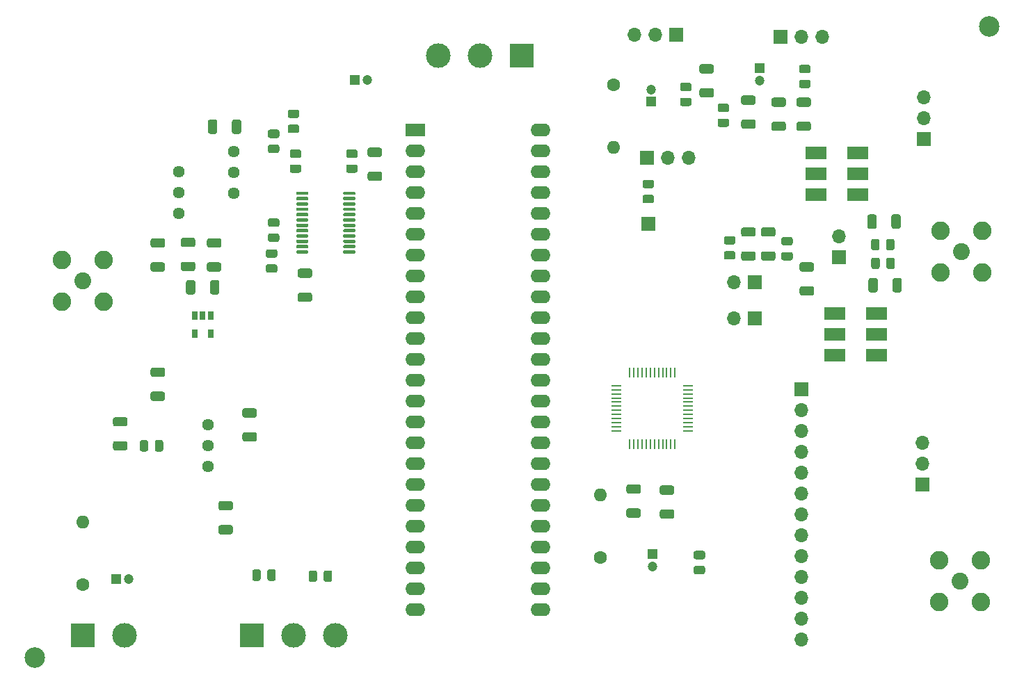
<source format=gbr>
%TF.GenerationSoftware,KiCad,Pcbnew,5.1.10-88a1d61d58~88~ubuntu18.04.1*%
%TF.CreationDate,2021-07-13T17:51:20-03:00*%
%TF.ProjectId,ASBF,41534246-2e6b-4696-9361-645f70636258,V1.1*%
%TF.SameCoordinates,Original*%
%TF.FileFunction,Soldermask,Top*%
%TF.FilePolarity,Negative*%
%FSLAX46Y46*%
G04 Gerber Fmt 4.6, Leading zero omitted, Abs format (unit mm)*
G04 Created by KiCad (PCBNEW 5.1.10-88a1d61d58~88~ubuntu18.04.1) date 2021-07-13 17:51:20*
%MOMM*%
%LPD*%
G01*
G04 APERTURE LIST*
%ADD10R,2.540000X1.650000*%
%ADD11C,3.000000*%
%ADD12R,3.000000X3.000000*%
%ADD13C,1.200000*%
%ADD14R,1.200000X1.200000*%
%ADD15O,2.400000X1.600000*%
%ADD16R,2.400000X1.600000*%
%ADD17R,0.250000X1.300000*%
%ADD18R,1.300000X0.250000*%
%ADD19R,0.650000X1.060000*%
%ADD20C,1.440000*%
%ADD21O,1.600000X1.600000*%
%ADD22C,1.600000*%
%ADD23C,2.250000*%
%ADD24C,2.050000*%
%ADD25O,1.700000X1.700000*%
%ADD26R,1.700000X1.700000*%
%ADD27C,2.500000*%
G04 APERTURE END LIST*
D10*
%TO.C,TR1*%
X173736000Y-56769000D03*
X173736000Y-59309000D03*
X173736000Y-61849000D03*
X168656000Y-61849000D03*
X168656000Y-59309000D03*
X168656000Y-56769000D03*
%TD*%
D11*
%TO.C,J2*%
X82169000Y-96012000D03*
D12*
X77089000Y-96012000D03*
%TD*%
D13*
%TO.C,C12*%
X159512000Y-28424000D03*
D14*
X159512000Y-26924000D03*
%TD*%
D13*
%TO.C,C17*%
X146431000Y-87606000D03*
D14*
X146431000Y-86106000D03*
%TD*%
D13*
%TO.C,C16*%
X146304000Y-29488000D03*
D14*
X146304000Y-30988000D03*
%TD*%
D15*
%TO.C,J4*%
X132842000Y-34417000D03*
X117602000Y-92837000D03*
X132842000Y-36957000D03*
X117602000Y-90297000D03*
X132842000Y-39497000D03*
X117602000Y-87757000D03*
X132842000Y-42037000D03*
X117602000Y-85217000D03*
X132842000Y-44577000D03*
X117602000Y-82677000D03*
X132842000Y-47117000D03*
X117602000Y-80137000D03*
X132842000Y-49657000D03*
X117602000Y-77597000D03*
X132842000Y-52197000D03*
X117602000Y-75057000D03*
X132842000Y-54737000D03*
X117602000Y-72517000D03*
X132842000Y-57277000D03*
X117602000Y-69977000D03*
X132842000Y-59817000D03*
X117602000Y-67437000D03*
X132842000Y-62357000D03*
X117602000Y-64897000D03*
X132842000Y-64897000D03*
X117602000Y-62357000D03*
X132842000Y-67437000D03*
X117602000Y-59817000D03*
X132842000Y-69977000D03*
X117602000Y-57277000D03*
X132842000Y-72517000D03*
X117602000Y-54737000D03*
X132842000Y-75057000D03*
X117602000Y-52197000D03*
X132842000Y-77597000D03*
X117602000Y-49657000D03*
X132842000Y-80137000D03*
X117602000Y-47117000D03*
X132842000Y-82677000D03*
X117602000Y-44577000D03*
X132842000Y-85217000D03*
X117602000Y-42037000D03*
X132842000Y-87757000D03*
X117602000Y-39497000D03*
X132842000Y-90297000D03*
X117602000Y-36957000D03*
X132842000Y-92837000D03*
D16*
X117602000Y-34417000D03*
%TD*%
D17*
%TO.C,U3*%
X143681000Y-63976000D03*
X144181000Y-63976000D03*
X144681000Y-63976000D03*
X145181000Y-63976000D03*
X145681000Y-63976000D03*
X146181000Y-63976000D03*
X146681000Y-63976000D03*
X147181000Y-63976000D03*
X147681000Y-63976000D03*
X148181000Y-63976000D03*
X148681000Y-63976000D03*
X149181000Y-63976000D03*
D18*
X150781000Y-65576000D03*
X150781000Y-66076000D03*
X150781000Y-66576000D03*
X150781000Y-67076000D03*
X150781000Y-67576000D03*
X150781000Y-68076000D03*
X150781000Y-68576000D03*
X150781000Y-69076000D03*
X150781000Y-69576000D03*
X150781000Y-70076000D03*
X150781000Y-70576000D03*
X150781000Y-71076000D03*
D17*
X149181000Y-72676000D03*
X148681000Y-72676000D03*
X148181000Y-72676000D03*
X147681000Y-72676000D03*
X147181000Y-72676000D03*
X146681000Y-72676000D03*
X146181000Y-72676000D03*
X145681000Y-72676000D03*
X145181000Y-72676000D03*
X144681000Y-72676000D03*
X144181000Y-72676000D03*
X143681000Y-72676000D03*
D18*
X142081000Y-71076000D03*
X142081000Y-70576000D03*
X142081000Y-70076000D03*
X142081000Y-69576000D03*
X142081000Y-69076000D03*
X142081000Y-68576000D03*
X142081000Y-68076000D03*
X142081000Y-67576000D03*
X142081000Y-67076000D03*
X142081000Y-66576000D03*
X142081000Y-66076000D03*
X142081000Y-65576000D03*
%TD*%
%TO.C,U2*%
G36*
G01*
X108805000Y-42245000D02*
X108805000Y-42045000D01*
G75*
G02*
X108905000Y-41945000I100000J0D01*
G01*
X110180000Y-41945000D01*
G75*
G02*
X110280000Y-42045000I0J-100000D01*
G01*
X110280000Y-42245000D01*
G75*
G02*
X110180000Y-42345000I-100000J0D01*
G01*
X108905000Y-42345000D01*
G75*
G02*
X108805000Y-42245000I0J100000D01*
G01*
G37*
G36*
G01*
X108805000Y-42895000D02*
X108805000Y-42695000D01*
G75*
G02*
X108905000Y-42595000I100000J0D01*
G01*
X110180000Y-42595000D01*
G75*
G02*
X110280000Y-42695000I0J-100000D01*
G01*
X110280000Y-42895000D01*
G75*
G02*
X110180000Y-42995000I-100000J0D01*
G01*
X108905000Y-42995000D01*
G75*
G02*
X108805000Y-42895000I0J100000D01*
G01*
G37*
G36*
G01*
X108805000Y-43545000D02*
X108805000Y-43345000D01*
G75*
G02*
X108905000Y-43245000I100000J0D01*
G01*
X110180000Y-43245000D01*
G75*
G02*
X110280000Y-43345000I0J-100000D01*
G01*
X110280000Y-43545000D01*
G75*
G02*
X110180000Y-43645000I-100000J0D01*
G01*
X108905000Y-43645000D01*
G75*
G02*
X108805000Y-43545000I0J100000D01*
G01*
G37*
G36*
G01*
X108805000Y-44195000D02*
X108805000Y-43995000D01*
G75*
G02*
X108905000Y-43895000I100000J0D01*
G01*
X110180000Y-43895000D01*
G75*
G02*
X110280000Y-43995000I0J-100000D01*
G01*
X110280000Y-44195000D01*
G75*
G02*
X110180000Y-44295000I-100000J0D01*
G01*
X108905000Y-44295000D01*
G75*
G02*
X108805000Y-44195000I0J100000D01*
G01*
G37*
G36*
G01*
X108805000Y-44845000D02*
X108805000Y-44645000D01*
G75*
G02*
X108905000Y-44545000I100000J0D01*
G01*
X110180000Y-44545000D01*
G75*
G02*
X110280000Y-44645000I0J-100000D01*
G01*
X110280000Y-44845000D01*
G75*
G02*
X110180000Y-44945000I-100000J0D01*
G01*
X108905000Y-44945000D01*
G75*
G02*
X108805000Y-44845000I0J100000D01*
G01*
G37*
G36*
G01*
X108805000Y-45495000D02*
X108805000Y-45295000D01*
G75*
G02*
X108905000Y-45195000I100000J0D01*
G01*
X110180000Y-45195000D01*
G75*
G02*
X110280000Y-45295000I0J-100000D01*
G01*
X110280000Y-45495000D01*
G75*
G02*
X110180000Y-45595000I-100000J0D01*
G01*
X108905000Y-45595000D01*
G75*
G02*
X108805000Y-45495000I0J100000D01*
G01*
G37*
G36*
G01*
X108805000Y-46145000D02*
X108805000Y-45945000D01*
G75*
G02*
X108905000Y-45845000I100000J0D01*
G01*
X110180000Y-45845000D01*
G75*
G02*
X110280000Y-45945000I0J-100000D01*
G01*
X110280000Y-46145000D01*
G75*
G02*
X110180000Y-46245000I-100000J0D01*
G01*
X108905000Y-46245000D01*
G75*
G02*
X108805000Y-46145000I0J100000D01*
G01*
G37*
G36*
G01*
X108805000Y-46795000D02*
X108805000Y-46595000D01*
G75*
G02*
X108905000Y-46495000I100000J0D01*
G01*
X110180000Y-46495000D01*
G75*
G02*
X110280000Y-46595000I0J-100000D01*
G01*
X110280000Y-46795000D01*
G75*
G02*
X110180000Y-46895000I-100000J0D01*
G01*
X108905000Y-46895000D01*
G75*
G02*
X108805000Y-46795000I0J100000D01*
G01*
G37*
G36*
G01*
X108805000Y-47445000D02*
X108805000Y-47245000D01*
G75*
G02*
X108905000Y-47145000I100000J0D01*
G01*
X110180000Y-47145000D01*
G75*
G02*
X110280000Y-47245000I0J-100000D01*
G01*
X110280000Y-47445000D01*
G75*
G02*
X110180000Y-47545000I-100000J0D01*
G01*
X108905000Y-47545000D01*
G75*
G02*
X108805000Y-47445000I0J100000D01*
G01*
G37*
G36*
G01*
X108805000Y-48095000D02*
X108805000Y-47895000D01*
G75*
G02*
X108905000Y-47795000I100000J0D01*
G01*
X110180000Y-47795000D01*
G75*
G02*
X110280000Y-47895000I0J-100000D01*
G01*
X110280000Y-48095000D01*
G75*
G02*
X110180000Y-48195000I-100000J0D01*
G01*
X108905000Y-48195000D01*
G75*
G02*
X108805000Y-48095000I0J100000D01*
G01*
G37*
G36*
G01*
X108805000Y-48745000D02*
X108805000Y-48545000D01*
G75*
G02*
X108905000Y-48445000I100000J0D01*
G01*
X110180000Y-48445000D01*
G75*
G02*
X110280000Y-48545000I0J-100000D01*
G01*
X110280000Y-48745000D01*
G75*
G02*
X110180000Y-48845000I-100000J0D01*
G01*
X108905000Y-48845000D01*
G75*
G02*
X108805000Y-48745000I0J100000D01*
G01*
G37*
G36*
G01*
X108805000Y-49395000D02*
X108805000Y-49195000D01*
G75*
G02*
X108905000Y-49095000I100000J0D01*
G01*
X110180000Y-49095000D01*
G75*
G02*
X110280000Y-49195000I0J-100000D01*
G01*
X110280000Y-49395000D01*
G75*
G02*
X110180000Y-49495000I-100000J0D01*
G01*
X108905000Y-49495000D01*
G75*
G02*
X108805000Y-49395000I0J100000D01*
G01*
G37*
G36*
G01*
X103080000Y-49395000D02*
X103080000Y-49195000D01*
G75*
G02*
X103180000Y-49095000I100000J0D01*
G01*
X104455000Y-49095000D01*
G75*
G02*
X104555000Y-49195000I0J-100000D01*
G01*
X104555000Y-49395000D01*
G75*
G02*
X104455000Y-49495000I-100000J0D01*
G01*
X103180000Y-49495000D01*
G75*
G02*
X103080000Y-49395000I0J100000D01*
G01*
G37*
G36*
G01*
X103080000Y-48745000D02*
X103080000Y-48545000D01*
G75*
G02*
X103180000Y-48445000I100000J0D01*
G01*
X104455000Y-48445000D01*
G75*
G02*
X104555000Y-48545000I0J-100000D01*
G01*
X104555000Y-48745000D01*
G75*
G02*
X104455000Y-48845000I-100000J0D01*
G01*
X103180000Y-48845000D01*
G75*
G02*
X103080000Y-48745000I0J100000D01*
G01*
G37*
G36*
G01*
X103080000Y-48095000D02*
X103080000Y-47895000D01*
G75*
G02*
X103180000Y-47795000I100000J0D01*
G01*
X104455000Y-47795000D01*
G75*
G02*
X104555000Y-47895000I0J-100000D01*
G01*
X104555000Y-48095000D01*
G75*
G02*
X104455000Y-48195000I-100000J0D01*
G01*
X103180000Y-48195000D01*
G75*
G02*
X103080000Y-48095000I0J100000D01*
G01*
G37*
G36*
G01*
X103080000Y-47445000D02*
X103080000Y-47245000D01*
G75*
G02*
X103180000Y-47145000I100000J0D01*
G01*
X104455000Y-47145000D01*
G75*
G02*
X104555000Y-47245000I0J-100000D01*
G01*
X104555000Y-47445000D01*
G75*
G02*
X104455000Y-47545000I-100000J0D01*
G01*
X103180000Y-47545000D01*
G75*
G02*
X103080000Y-47445000I0J100000D01*
G01*
G37*
G36*
G01*
X103080000Y-46795000D02*
X103080000Y-46595000D01*
G75*
G02*
X103180000Y-46495000I100000J0D01*
G01*
X104455000Y-46495000D01*
G75*
G02*
X104555000Y-46595000I0J-100000D01*
G01*
X104555000Y-46795000D01*
G75*
G02*
X104455000Y-46895000I-100000J0D01*
G01*
X103180000Y-46895000D01*
G75*
G02*
X103080000Y-46795000I0J100000D01*
G01*
G37*
G36*
G01*
X103080000Y-46145000D02*
X103080000Y-45945000D01*
G75*
G02*
X103180000Y-45845000I100000J0D01*
G01*
X104455000Y-45845000D01*
G75*
G02*
X104555000Y-45945000I0J-100000D01*
G01*
X104555000Y-46145000D01*
G75*
G02*
X104455000Y-46245000I-100000J0D01*
G01*
X103180000Y-46245000D01*
G75*
G02*
X103080000Y-46145000I0J100000D01*
G01*
G37*
G36*
G01*
X103080000Y-45495000D02*
X103080000Y-45295000D01*
G75*
G02*
X103180000Y-45195000I100000J0D01*
G01*
X104455000Y-45195000D01*
G75*
G02*
X104555000Y-45295000I0J-100000D01*
G01*
X104555000Y-45495000D01*
G75*
G02*
X104455000Y-45595000I-100000J0D01*
G01*
X103180000Y-45595000D01*
G75*
G02*
X103080000Y-45495000I0J100000D01*
G01*
G37*
G36*
G01*
X103080000Y-44845000D02*
X103080000Y-44645000D01*
G75*
G02*
X103180000Y-44545000I100000J0D01*
G01*
X104455000Y-44545000D01*
G75*
G02*
X104555000Y-44645000I0J-100000D01*
G01*
X104555000Y-44845000D01*
G75*
G02*
X104455000Y-44945000I-100000J0D01*
G01*
X103180000Y-44945000D01*
G75*
G02*
X103080000Y-44845000I0J100000D01*
G01*
G37*
G36*
G01*
X103080000Y-44195000D02*
X103080000Y-43995000D01*
G75*
G02*
X103180000Y-43895000I100000J0D01*
G01*
X104455000Y-43895000D01*
G75*
G02*
X104555000Y-43995000I0J-100000D01*
G01*
X104555000Y-44195000D01*
G75*
G02*
X104455000Y-44295000I-100000J0D01*
G01*
X103180000Y-44295000D01*
G75*
G02*
X103080000Y-44195000I0J100000D01*
G01*
G37*
G36*
G01*
X103080000Y-43545000D02*
X103080000Y-43345000D01*
G75*
G02*
X103180000Y-43245000I100000J0D01*
G01*
X104455000Y-43245000D01*
G75*
G02*
X104555000Y-43345000I0J-100000D01*
G01*
X104555000Y-43545000D01*
G75*
G02*
X104455000Y-43645000I-100000J0D01*
G01*
X103180000Y-43645000D01*
G75*
G02*
X103080000Y-43545000I0J100000D01*
G01*
G37*
G36*
G01*
X103080000Y-42895000D02*
X103080000Y-42695000D01*
G75*
G02*
X103180000Y-42595000I100000J0D01*
G01*
X104455000Y-42595000D01*
G75*
G02*
X104555000Y-42695000I0J-100000D01*
G01*
X104555000Y-42895000D01*
G75*
G02*
X104455000Y-42995000I-100000J0D01*
G01*
X103180000Y-42995000D01*
G75*
G02*
X103080000Y-42895000I0J100000D01*
G01*
G37*
G36*
G01*
X103080000Y-42245000D02*
X103080000Y-42045000D01*
G75*
G02*
X103180000Y-41945000I100000J0D01*
G01*
X104455000Y-41945000D01*
G75*
G02*
X104555000Y-42045000I0J-100000D01*
G01*
X104555000Y-42245000D01*
G75*
G02*
X104455000Y-42345000I-100000J0D01*
G01*
X103180000Y-42345000D01*
G75*
G02*
X103080000Y-42245000I0J100000D01*
G01*
G37*
%TD*%
D19*
%TO.C,U1*%
X92644000Y-59266000D03*
X90744000Y-59266000D03*
X90744000Y-57066000D03*
X91694000Y-57066000D03*
X92644000Y-57066000D03*
%TD*%
D10*
%TO.C,TR2*%
X171450000Y-37211000D03*
X171450000Y-39751000D03*
X171450000Y-42291000D03*
X166370000Y-42291000D03*
X166370000Y-39751000D03*
X166370000Y-37211000D03*
%TD*%
D20*
%TO.C,RV3*%
X95504000Y-42164000D03*
X95504000Y-39624000D03*
X95504000Y-37084000D03*
%TD*%
%TO.C,RV2*%
X92329000Y-75438000D03*
X92329000Y-72898000D03*
X92329000Y-70358000D03*
%TD*%
%TO.C,RV1*%
X88773000Y-44577000D03*
X88773000Y-42037000D03*
X88773000Y-39497000D03*
%TD*%
%TO.C,R22*%
G36*
G01*
X162423001Y-31612000D02*
X161172999Y-31612000D01*
G75*
G02*
X160923000Y-31362001I0J249999D01*
G01*
X160923000Y-30736999D01*
G75*
G02*
X161172999Y-30487000I249999J0D01*
G01*
X162423001Y-30487000D01*
G75*
G02*
X162673000Y-30736999I0J-249999D01*
G01*
X162673000Y-31362001D01*
G75*
G02*
X162423001Y-31612000I-249999J0D01*
G01*
G37*
G36*
G01*
X162423001Y-34537000D02*
X161172999Y-34537000D01*
G75*
G02*
X160923000Y-34287001I0J249999D01*
G01*
X160923000Y-33661999D01*
G75*
G02*
X161172999Y-33412000I249999J0D01*
G01*
X162423001Y-33412000D01*
G75*
G02*
X162673000Y-33661999I0J-249999D01*
G01*
X162673000Y-34287001D01*
G75*
G02*
X162423001Y-34537000I-249999J0D01*
G01*
G37*
%TD*%
%TO.C,R21*%
G36*
G01*
X158740001Y-31358000D02*
X157489999Y-31358000D01*
G75*
G02*
X157240000Y-31108001I0J249999D01*
G01*
X157240000Y-30482999D01*
G75*
G02*
X157489999Y-30233000I249999J0D01*
G01*
X158740001Y-30233000D01*
G75*
G02*
X158990000Y-30482999I0J-249999D01*
G01*
X158990000Y-31108001D01*
G75*
G02*
X158740001Y-31358000I-249999J0D01*
G01*
G37*
G36*
G01*
X158740001Y-34283000D02*
X157489999Y-34283000D01*
G75*
G02*
X157240000Y-34033001I0J249999D01*
G01*
X157240000Y-33407999D01*
G75*
G02*
X157489999Y-33158000I249999J0D01*
G01*
X158740001Y-33158000D01*
G75*
G02*
X158990000Y-33407999I0J-249999D01*
G01*
X158990000Y-34033001D01*
G75*
G02*
X158740001Y-34283000I-249999J0D01*
G01*
G37*
%TD*%
%TO.C,R20*%
G36*
G01*
X152409999Y-29348000D02*
X153660001Y-29348000D01*
G75*
G02*
X153910000Y-29597999I0J-249999D01*
G01*
X153910000Y-30223001D01*
G75*
G02*
X153660001Y-30473000I-249999J0D01*
G01*
X152409999Y-30473000D01*
G75*
G02*
X152160000Y-30223001I0J249999D01*
G01*
X152160000Y-29597999D01*
G75*
G02*
X152409999Y-29348000I249999J0D01*
G01*
G37*
G36*
G01*
X152409999Y-26423000D02*
X153660001Y-26423000D01*
G75*
G02*
X153910000Y-26672999I0J-249999D01*
G01*
X153910000Y-27298001D01*
G75*
G02*
X153660001Y-27548000I-249999J0D01*
G01*
X152409999Y-27548000D01*
G75*
G02*
X152160000Y-27298001I0J249999D01*
G01*
X152160000Y-26672999D01*
G75*
G02*
X152409999Y-26423000I249999J0D01*
G01*
G37*
%TD*%
%TO.C,R19*%
G36*
G01*
X175525000Y-46218001D02*
X175525000Y-44967999D01*
G75*
G02*
X175774999Y-44718000I249999J0D01*
G01*
X176400001Y-44718000D01*
G75*
G02*
X176650000Y-44967999I0J-249999D01*
G01*
X176650000Y-46218001D01*
G75*
G02*
X176400001Y-46468000I-249999J0D01*
G01*
X175774999Y-46468000D01*
G75*
G02*
X175525000Y-46218001I0J249999D01*
G01*
G37*
G36*
G01*
X172600000Y-46218001D02*
X172600000Y-44967999D01*
G75*
G02*
X172849999Y-44718000I249999J0D01*
G01*
X173475001Y-44718000D01*
G75*
G02*
X173725000Y-44967999I0J-249999D01*
G01*
X173725000Y-46218001D01*
G75*
G02*
X173475001Y-46468000I-249999J0D01*
G01*
X172849999Y-46468000D01*
G75*
G02*
X172600000Y-46218001I0J249999D01*
G01*
G37*
%TD*%
%TO.C,R18*%
G36*
G01*
X158740001Y-47421500D02*
X157489999Y-47421500D01*
G75*
G02*
X157240000Y-47171501I0J249999D01*
G01*
X157240000Y-46546499D01*
G75*
G02*
X157489999Y-46296500I249999J0D01*
G01*
X158740001Y-46296500D01*
G75*
G02*
X158990000Y-46546499I0J-249999D01*
G01*
X158990000Y-47171501D01*
G75*
G02*
X158740001Y-47421500I-249999J0D01*
G01*
G37*
G36*
G01*
X158740001Y-50346500D02*
X157489999Y-50346500D01*
G75*
G02*
X157240000Y-50096501I0J249999D01*
G01*
X157240000Y-49471499D01*
G75*
G02*
X157489999Y-49221500I249999J0D01*
G01*
X158740001Y-49221500D01*
G75*
G02*
X158990000Y-49471499I0J-249999D01*
G01*
X158990000Y-50096501D01*
G75*
G02*
X158740001Y-50346500I-249999J0D01*
G01*
G37*
%TD*%
%TO.C,R17*%
G36*
G01*
X165471001Y-31612000D02*
X164220999Y-31612000D01*
G75*
G02*
X163971000Y-31362001I0J249999D01*
G01*
X163971000Y-30736999D01*
G75*
G02*
X164220999Y-30487000I249999J0D01*
G01*
X165471001Y-30487000D01*
G75*
G02*
X165721000Y-30736999I0J-249999D01*
G01*
X165721000Y-31362001D01*
G75*
G02*
X165471001Y-31612000I-249999J0D01*
G01*
G37*
G36*
G01*
X165471001Y-34537000D02*
X164220999Y-34537000D01*
G75*
G02*
X163971000Y-34287001I0J249999D01*
G01*
X163971000Y-33661999D01*
G75*
G02*
X164220999Y-33412000I249999J0D01*
G01*
X165471001Y-33412000D01*
G75*
G02*
X165721000Y-33661999I0J-249999D01*
G01*
X165721000Y-34287001D01*
G75*
G02*
X165471001Y-34537000I-249999J0D01*
G01*
G37*
%TD*%
%TO.C,R16*%
G36*
G01*
X165852001Y-51678000D02*
X164601999Y-51678000D01*
G75*
G02*
X164352000Y-51428001I0J249999D01*
G01*
X164352000Y-50802999D01*
G75*
G02*
X164601999Y-50553000I249999J0D01*
G01*
X165852001Y-50553000D01*
G75*
G02*
X166102000Y-50802999I0J-249999D01*
G01*
X166102000Y-51428001D01*
G75*
G02*
X165852001Y-51678000I-249999J0D01*
G01*
G37*
G36*
G01*
X165852001Y-54603000D02*
X164601999Y-54603000D01*
G75*
G02*
X164352000Y-54353001I0J249999D01*
G01*
X164352000Y-53727999D01*
G75*
G02*
X164601999Y-53478000I249999J0D01*
G01*
X165852001Y-53478000D01*
G75*
G02*
X166102000Y-53727999I0J-249999D01*
G01*
X166102000Y-54353001D01*
G75*
G02*
X165852001Y-54603000I-249999J0D01*
G01*
G37*
%TD*%
%TO.C,R15*%
G36*
G01*
X159902999Y-49221500D02*
X161153001Y-49221500D01*
G75*
G02*
X161403000Y-49471499I0J-249999D01*
G01*
X161403000Y-50096501D01*
G75*
G02*
X161153001Y-50346500I-249999J0D01*
G01*
X159902999Y-50346500D01*
G75*
G02*
X159653000Y-50096501I0J249999D01*
G01*
X159653000Y-49471499D01*
G75*
G02*
X159902999Y-49221500I249999J0D01*
G01*
G37*
G36*
G01*
X159902999Y-46296500D02*
X161153001Y-46296500D01*
G75*
G02*
X161403000Y-46546499I0J-249999D01*
G01*
X161403000Y-47171501D01*
G75*
G02*
X161153001Y-47421500I-249999J0D01*
G01*
X159902999Y-47421500D01*
G75*
G02*
X159653000Y-47171501I0J249999D01*
G01*
X159653000Y-46546499D01*
G75*
G02*
X159902999Y-46296500I249999J0D01*
G01*
G37*
%TD*%
%TO.C,R14*%
G36*
G01*
X175652000Y-53965001D02*
X175652000Y-52714999D01*
G75*
G02*
X175901999Y-52465000I249999J0D01*
G01*
X176527001Y-52465000D01*
G75*
G02*
X176777000Y-52714999I0J-249999D01*
G01*
X176777000Y-53965001D01*
G75*
G02*
X176527001Y-54215000I-249999J0D01*
G01*
X175901999Y-54215000D01*
G75*
G02*
X175652000Y-53965001I0J249999D01*
G01*
G37*
G36*
G01*
X172727000Y-53965001D02*
X172727000Y-52714999D01*
G75*
G02*
X172976999Y-52465000I249999J0D01*
G01*
X173602001Y-52465000D01*
G75*
G02*
X173852000Y-52714999I0J-249999D01*
G01*
X173852000Y-53965001D01*
G75*
G02*
X173602001Y-54215000I-249999J0D01*
G01*
X172976999Y-54215000D01*
G75*
G02*
X172727000Y-53965001I0J249999D01*
G01*
G37*
%TD*%
%TO.C,R13*%
G36*
G01*
X148834001Y-78856000D02*
X147583999Y-78856000D01*
G75*
G02*
X147334000Y-78606001I0J249999D01*
G01*
X147334000Y-77980999D01*
G75*
G02*
X147583999Y-77731000I249999J0D01*
G01*
X148834001Y-77731000D01*
G75*
G02*
X149084000Y-77980999I0J-249999D01*
G01*
X149084000Y-78606001D01*
G75*
G02*
X148834001Y-78856000I-249999J0D01*
G01*
G37*
G36*
G01*
X148834001Y-81781000D02*
X147583999Y-81781000D01*
G75*
G02*
X147334000Y-81531001I0J249999D01*
G01*
X147334000Y-80905999D01*
G75*
G02*
X147583999Y-80656000I249999J0D01*
G01*
X148834001Y-80656000D01*
G75*
G02*
X149084000Y-80905999I0J-249999D01*
G01*
X149084000Y-81531001D01*
G75*
G02*
X148834001Y-81781000I-249999J0D01*
G01*
G37*
%TD*%
%TO.C,R12*%
G36*
G01*
X144770001Y-78729000D02*
X143519999Y-78729000D01*
G75*
G02*
X143270000Y-78479001I0J249999D01*
G01*
X143270000Y-77853999D01*
G75*
G02*
X143519999Y-77604000I249999J0D01*
G01*
X144770001Y-77604000D01*
G75*
G02*
X145020000Y-77853999I0J-249999D01*
G01*
X145020000Y-78479001D01*
G75*
G02*
X144770001Y-78729000I-249999J0D01*
G01*
G37*
G36*
G01*
X144770001Y-81654000D02*
X143519999Y-81654000D01*
G75*
G02*
X143270000Y-81404001I0J249999D01*
G01*
X143270000Y-80778999D01*
G75*
G02*
X143519999Y-80529000I249999J0D01*
G01*
X144770001Y-80529000D01*
G75*
G02*
X145020000Y-80778999I0J-249999D01*
G01*
X145020000Y-81404001D01*
G75*
G02*
X144770001Y-81654000I-249999J0D01*
G01*
G37*
%TD*%
%TO.C,R11*%
G36*
G01*
X113274001Y-37708000D02*
X112023999Y-37708000D01*
G75*
G02*
X111774000Y-37458001I0J249999D01*
G01*
X111774000Y-36832999D01*
G75*
G02*
X112023999Y-36583000I249999J0D01*
G01*
X113274001Y-36583000D01*
G75*
G02*
X113524000Y-36832999I0J-249999D01*
G01*
X113524000Y-37458001D01*
G75*
G02*
X113274001Y-37708000I-249999J0D01*
G01*
G37*
G36*
G01*
X113274001Y-40633000D02*
X112023999Y-40633000D01*
G75*
G02*
X111774000Y-40383001I0J249999D01*
G01*
X111774000Y-39757999D01*
G75*
G02*
X112023999Y-39508000I249999J0D01*
G01*
X113274001Y-39508000D01*
G75*
G02*
X113524000Y-39757999I0J-249999D01*
G01*
X113524000Y-40383001D01*
G75*
G02*
X113274001Y-40633000I-249999J0D01*
G01*
G37*
%TD*%
%TO.C,R10*%
G36*
G01*
X103514999Y-54240000D02*
X104765001Y-54240000D01*
G75*
G02*
X105015000Y-54489999I0J-249999D01*
G01*
X105015000Y-55115001D01*
G75*
G02*
X104765001Y-55365000I-249999J0D01*
G01*
X103514999Y-55365000D01*
G75*
G02*
X103265000Y-55115001I0J249999D01*
G01*
X103265000Y-54489999D01*
G75*
G02*
X103514999Y-54240000I249999J0D01*
G01*
G37*
G36*
G01*
X103514999Y-51315000D02*
X104765001Y-51315000D01*
G75*
G02*
X105015000Y-51564999I0J-249999D01*
G01*
X105015000Y-52190001D01*
G75*
G02*
X104765001Y-52440000I-249999J0D01*
G01*
X103514999Y-52440000D01*
G75*
G02*
X103265000Y-52190001I0J249999D01*
G01*
X103265000Y-51564999D01*
G75*
G02*
X103514999Y-51315000I249999J0D01*
G01*
G37*
%TD*%
%TO.C,R9*%
G36*
G01*
X93716001Y-48757000D02*
X92465999Y-48757000D01*
G75*
G02*
X92216000Y-48507001I0J249999D01*
G01*
X92216000Y-47881999D01*
G75*
G02*
X92465999Y-47632000I249999J0D01*
G01*
X93716001Y-47632000D01*
G75*
G02*
X93966000Y-47881999I0J-249999D01*
G01*
X93966000Y-48507001D01*
G75*
G02*
X93716001Y-48757000I-249999J0D01*
G01*
G37*
G36*
G01*
X93716001Y-51682000D02*
X92465999Y-51682000D01*
G75*
G02*
X92216000Y-51432001I0J249999D01*
G01*
X92216000Y-50806999D01*
G75*
G02*
X92465999Y-50557000I249999J0D01*
G01*
X93716001Y-50557000D01*
G75*
G02*
X93966000Y-50806999I0J-249999D01*
G01*
X93966000Y-51432001D01*
G75*
G02*
X93716001Y-51682000I-249999J0D01*
G01*
G37*
%TD*%
%TO.C,R8*%
G36*
G01*
X95261000Y-34661001D02*
X95261000Y-33410999D01*
G75*
G02*
X95510999Y-33161000I249999J0D01*
G01*
X96136001Y-33161000D01*
G75*
G02*
X96386000Y-33410999I0J-249999D01*
G01*
X96386000Y-34661001D01*
G75*
G02*
X96136001Y-34911000I-249999J0D01*
G01*
X95510999Y-34911000D01*
G75*
G02*
X95261000Y-34661001I0J249999D01*
G01*
G37*
G36*
G01*
X92336000Y-34661001D02*
X92336000Y-33410999D01*
G75*
G02*
X92585999Y-33161000I249999J0D01*
G01*
X93211001Y-33161000D01*
G75*
G02*
X93461000Y-33410999I0J-249999D01*
G01*
X93461000Y-34661001D01*
G75*
G02*
X93211001Y-34911000I-249999J0D01*
G01*
X92585999Y-34911000D01*
G75*
G02*
X92336000Y-34661001I0J249999D01*
G01*
G37*
%TD*%
%TO.C,R7*%
G36*
G01*
X92594000Y-54219001D02*
X92594000Y-52968999D01*
G75*
G02*
X92843999Y-52719000I249999J0D01*
G01*
X93469001Y-52719000D01*
G75*
G02*
X93719000Y-52968999I0J-249999D01*
G01*
X93719000Y-54219001D01*
G75*
G02*
X93469001Y-54469000I-249999J0D01*
G01*
X92843999Y-54469000D01*
G75*
G02*
X92594000Y-54219001I0J249999D01*
G01*
G37*
G36*
G01*
X89669000Y-54219001D02*
X89669000Y-52968999D01*
G75*
G02*
X89918999Y-52719000I249999J0D01*
G01*
X90544001Y-52719000D01*
G75*
G02*
X90794000Y-52968999I0J-249999D01*
G01*
X90794000Y-54219001D01*
G75*
G02*
X90544001Y-54469000I-249999J0D01*
G01*
X89918999Y-54469000D01*
G75*
G02*
X89669000Y-54219001I0J249999D01*
G01*
G37*
%TD*%
%TO.C,R6*%
G36*
G01*
X95113001Y-80761000D02*
X93862999Y-80761000D01*
G75*
G02*
X93613000Y-80511001I0J249999D01*
G01*
X93613000Y-79885999D01*
G75*
G02*
X93862999Y-79636000I249999J0D01*
G01*
X95113001Y-79636000D01*
G75*
G02*
X95363000Y-79885999I0J-249999D01*
G01*
X95363000Y-80511001D01*
G75*
G02*
X95113001Y-80761000I-249999J0D01*
G01*
G37*
G36*
G01*
X95113001Y-83686000D02*
X93862999Y-83686000D01*
G75*
G02*
X93613000Y-83436001I0J249999D01*
G01*
X93613000Y-82810999D01*
G75*
G02*
X93862999Y-82561000I249999J0D01*
G01*
X95113001Y-82561000D01*
G75*
G02*
X95363000Y-82810999I0J-249999D01*
G01*
X95363000Y-83436001D01*
G75*
G02*
X95113001Y-83686000I-249999J0D01*
G01*
G37*
%TD*%
%TO.C,R5*%
G36*
G01*
X96783999Y-71258000D02*
X98034001Y-71258000D01*
G75*
G02*
X98284000Y-71507999I0J-249999D01*
G01*
X98284000Y-72133001D01*
G75*
G02*
X98034001Y-72383000I-249999J0D01*
G01*
X96783999Y-72383000D01*
G75*
G02*
X96534000Y-72133001I0J249999D01*
G01*
X96534000Y-71507999D01*
G75*
G02*
X96783999Y-71258000I249999J0D01*
G01*
G37*
G36*
G01*
X96783999Y-68333000D02*
X98034001Y-68333000D01*
G75*
G02*
X98284000Y-68582999I0J-249999D01*
G01*
X98284000Y-69208001D01*
G75*
G02*
X98034001Y-69458000I-249999J0D01*
G01*
X96783999Y-69458000D01*
G75*
G02*
X96534000Y-69208001I0J249999D01*
G01*
X96534000Y-68582999D01*
G75*
G02*
X96783999Y-68333000I249999J0D01*
G01*
G37*
%TD*%
%TO.C,R4*%
G36*
G01*
X89290999Y-50491500D02*
X90541001Y-50491500D01*
G75*
G02*
X90791000Y-50741499I0J-249999D01*
G01*
X90791000Y-51366501D01*
G75*
G02*
X90541001Y-51616500I-249999J0D01*
G01*
X89290999Y-51616500D01*
G75*
G02*
X89041000Y-51366501I0J249999D01*
G01*
X89041000Y-50741499D01*
G75*
G02*
X89290999Y-50491500I249999J0D01*
G01*
G37*
G36*
G01*
X89290999Y-47566500D02*
X90541001Y-47566500D01*
G75*
G02*
X90791000Y-47816499I0J-249999D01*
G01*
X90791000Y-48441501D01*
G75*
G02*
X90541001Y-48691500I-249999J0D01*
G01*
X89290999Y-48691500D01*
G75*
G02*
X89041000Y-48441501I0J249999D01*
G01*
X89041000Y-47816499D01*
G75*
G02*
X89290999Y-47566500I249999J0D01*
G01*
G37*
%TD*%
%TO.C,R3*%
G36*
G01*
X85607999Y-50557000D02*
X86858001Y-50557000D01*
G75*
G02*
X87108000Y-50806999I0J-249999D01*
G01*
X87108000Y-51432001D01*
G75*
G02*
X86858001Y-51682000I-249999J0D01*
G01*
X85607999Y-51682000D01*
G75*
G02*
X85358000Y-51432001I0J249999D01*
G01*
X85358000Y-50806999D01*
G75*
G02*
X85607999Y-50557000I249999J0D01*
G01*
G37*
G36*
G01*
X85607999Y-47632000D02*
X86858001Y-47632000D01*
G75*
G02*
X87108000Y-47881999I0J-249999D01*
G01*
X87108000Y-48507001D01*
G75*
G02*
X86858001Y-48757000I-249999J0D01*
G01*
X85607999Y-48757000D01*
G75*
G02*
X85358000Y-48507001I0J249999D01*
G01*
X85358000Y-47881999D01*
G75*
G02*
X85607999Y-47632000I249999J0D01*
G01*
G37*
%TD*%
%TO.C,R2*%
G36*
G01*
X86858001Y-64505000D02*
X85607999Y-64505000D01*
G75*
G02*
X85358000Y-64255001I0J249999D01*
G01*
X85358000Y-63629999D01*
G75*
G02*
X85607999Y-63380000I249999J0D01*
G01*
X86858001Y-63380000D01*
G75*
G02*
X87108000Y-63629999I0J-249999D01*
G01*
X87108000Y-64255001D01*
G75*
G02*
X86858001Y-64505000I-249999J0D01*
G01*
G37*
G36*
G01*
X86858001Y-67430000D02*
X85607999Y-67430000D01*
G75*
G02*
X85358000Y-67180001I0J249999D01*
G01*
X85358000Y-66554999D01*
G75*
G02*
X85607999Y-66305000I249999J0D01*
G01*
X86858001Y-66305000D01*
G75*
G02*
X87108000Y-66554999I0J-249999D01*
G01*
X87108000Y-67180001D01*
G75*
G02*
X86858001Y-67430000I-249999J0D01*
G01*
G37*
%TD*%
%TO.C,R1*%
G36*
G01*
X82286001Y-70535500D02*
X81035999Y-70535500D01*
G75*
G02*
X80786000Y-70285501I0J249999D01*
G01*
X80786000Y-69660499D01*
G75*
G02*
X81035999Y-69410500I249999J0D01*
G01*
X82286001Y-69410500D01*
G75*
G02*
X82536000Y-69660499I0J-249999D01*
G01*
X82536000Y-70285501D01*
G75*
G02*
X82286001Y-70535500I-249999J0D01*
G01*
G37*
G36*
G01*
X82286001Y-73460500D02*
X81035999Y-73460500D01*
G75*
G02*
X80786000Y-73210501I0J249999D01*
G01*
X80786000Y-72585499D01*
G75*
G02*
X81035999Y-72335500I249999J0D01*
G01*
X82286001Y-72335500D01*
G75*
G02*
X82536000Y-72585499I0J-249999D01*
G01*
X82536000Y-73210501D01*
G75*
G02*
X82286001Y-73460500I-249999J0D01*
G01*
G37*
%TD*%
D21*
%TO.C,L3*%
X140081000Y-78867000D03*
D22*
X140081000Y-86487000D03*
%TD*%
D21*
%TO.C,L2*%
X141732000Y-36576000D03*
D22*
X141732000Y-28956000D03*
%TD*%
D21*
%TO.C,L1*%
X77089000Y-82169000D03*
D22*
X77089000Y-89789000D03*
%TD*%
D11*
%TO.C,J17*%
X120396000Y-25400000D03*
X125476000Y-25400000D03*
D12*
X130556000Y-25400000D03*
%TD*%
D23*
%TO.C,J16*%
X181483000Y-51816000D03*
X181483000Y-46736000D03*
X186563000Y-46736000D03*
X186563000Y-51816000D03*
D24*
X184023000Y-49276000D03*
%TD*%
D25*
%TO.C,J15*%
X179451000Y-30480000D03*
X179451000Y-33020000D03*
D26*
X179451000Y-35560000D03*
%TD*%
D25*
%TO.C,J14*%
X169164000Y-47371000D03*
D26*
X169164000Y-49911000D03*
%TD*%
D25*
%TO.C,J13*%
X167132000Y-23114000D03*
X164592000Y-23114000D03*
D26*
X162052000Y-23114000D03*
%TD*%
D25*
%TO.C,J12*%
X144272000Y-22860000D03*
X146812000Y-22860000D03*
D26*
X149352000Y-22860000D03*
%TD*%
D25*
%TO.C,J11*%
X150876000Y-37846000D03*
X148336000Y-37846000D03*
D26*
X145796000Y-37846000D03*
%TD*%
%TO.C,J10*%
X145923000Y-45847000D03*
%TD*%
D25*
%TO.C,J9*%
X156337000Y-52959000D03*
D26*
X158877000Y-52959000D03*
%TD*%
D25*
%TO.C,J8*%
X156337000Y-57404000D03*
D26*
X158877000Y-57404000D03*
%TD*%
D25*
%TO.C,J7*%
X164592000Y-96520000D03*
X164592000Y-93980000D03*
X164592000Y-91440000D03*
X164592000Y-88900000D03*
X164592000Y-86360000D03*
X164592000Y-83820000D03*
X164592000Y-81280000D03*
X164592000Y-78740000D03*
X164592000Y-76200000D03*
X164592000Y-73660000D03*
X164592000Y-71120000D03*
X164592000Y-68580000D03*
D26*
X164592000Y-66040000D03*
%TD*%
D23*
%TO.C,J6*%
X181356000Y-91948000D03*
X181356000Y-86868000D03*
X186436000Y-86868000D03*
X186436000Y-91948000D03*
D24*
X183896000Y-89408000D03*
%TD*%
D25*
%TO.C,J5*%
X179324000Y-72517000D03*
X179324000Y-75057000D03*
D26*
X179324000Y-77597000D03*
%TD*%
D11*
%TO.C,J3*%
X107823000Y-96012000D03*
X102743000Y-96012000D03*
D12*
X97663000Y-96012000D03*
%TD*%
D23*
%TO.C,J1*%
X74549000Y-55372000D03*
X74549000Y-50292000D03*
X79629000Y-50292000D03*
X79629000Y-55372000D03*
D24*
X77089000Y-52832000D03*
%TD*%
D27*
%TO.C,H2*%
X187452000Y-21844000D03*
%TD*%
%TO.C,H1*%
X71247000Y-98679000D03*
%TD*%
%TO.C,C24*%
G36*
G01*
X174874500Y-48837001D02*
X174874500Y-47936999D01*
G75*
G02*
X175124499Y-47687000I249999J0D01*
G01*
X175649501Y-47687000D01*
G75*
G02*
X175899500Y-47936999I0J-249999D01*
G01*
X175899500Y-48837001D01*
G75*
G02*
X175649501Y-49087000I-249999J0D01*
G01*
X175124499Y-49087000D01*
G75*
G02*
X174874500Y-48837001I0J249999D01*
G01*
G37*
G36*
G01*
X173049500Y-48837001D02*
X173049500Y-47936999D01*
G75*
G02*
X173299499Y-47687000I249999J0D01*
G01*
X173824501Y-47687000D01*
G75*
G02*
X174074500Y-47936999I0J-249999D01*
G01*
X174074500Y-48837001D01*
G75*
G02*
X173824501Y-49087000I-249999J0D01*
G01*
X173299499Y-49087000D01*
G75*
G02*
X173049500Y-48837001I0J249999D01*
G01*
G37*
%TD*%
%TO.C,C23*%
G36*
G01*
X156279001Y-48391500D02*
X155378999Y-48391500D01*
G75*
G02*
X155129000Y-48141501I0J249999D01*
G01*
X155129000Y-47616499D01*
G75*
G02*
X155378999Y-47366500I249999J0D01*
G01*
X156279001Y-47366500D01*
G75*
G02*
X156529000Y-47616499I0J-249999D01*
G01*
X156529000Y-48141501D01*
G75*
G02*
X156279001Y-48391500I-249999J0D01*
G01*
G37*
G36*
G01*
X156279001Y-50216500D02*
X155378999Y-50216500D01*
G75*
G02*
X155129000Y-49966501I0J249999D01*
G01*
X155129000Y-49441499D01*
G75*
G02*
X155378999Y-49191500I249999J0D01*
G01*
X156279001Y-49191500D01*
G75*
G02*
X156529000Y-49441499I0J-249999D01*
G01*
X156529000Y-49966501D01*
G75*
G02*
X156279001Y-50216500I-249999J0D01*
G01*
G37*
%TD*%
%TO.C,C22*%
G36*
G01*
X146373001Y-41533500D02*
X145472999Y-41533500D01*
G75*
G02*
X145223000Y-41283501I0J249999D01*
G01*
X145223000Y-40758499D01*
G75*
G02*
X145472999Y-40508500I249999J0D01*
G01*
X146373001Y-40508500D01*
G75*
G02*
X146623000Y-40758499I0J-249999D01*
G01*
X146623000Y-41283501D01*
G75*
G02*
X146373001Y-41533500I-249999J0D01*
G01*
G37*
G36*
G01*
X146373001Y-43358500D02*
X145472999Y-43358500D01*
G75*
G02*
X145223000Y-43108501I0J249999D01*
G01*
X145223000Y-42583499D01*
G75*
G02*
X145472999Y-42333500I249999J0D01*
G01*
X146373001Y-42333500D01*
G75*
G02*
X146623000Y-42583499I0J-249999D01*
G01*
X146623000Y-43108501D01*
G75*
G02*
X146373001Y-43358500I-249999J0D01*
G01*
G37*
%TD*%
%TO.C,C21*%
G36*
G01*
X162363999Y-49295000D02*
X163264001Y-49295000D01*
G75*
G02*
X163514000Y-49544999I0J-249999D01*
G01*
X163514000Y-50070001D01*
G75*
G02*
X163264001Y-50320000I-249999J0D01*
G01*
X162363999Y-50320000D01*
G75*
G02*
X162114000Y-50070001I0J249999D01*
G01*
X162114000Y-49544999D01*
G75*
G02*
X162363999Y-49295000I249999J0D01*
G01*
G37*
G36*
G01*
X162363999Y-47470000D02*
X163264001Y-47470000D01*
G75*
G02*
X163514000Y-47719999I0J-249999D01*
G01*
X163514000Y-48245001D01*
G75*
G02*
X163264001Y-48495000I-249999J0D01*
G01*
X162363999Y-48495000D01*
G75*
G02*
X162114000Y-48245001I0J249999D01*
G01*
X162114000Y-47719999D01*
G75*
G02*
X162363999Y-47470000I249999J0D01*
G01*
G37*
%TD*%
%TO.C,C20*%
G36*
G01*
X174898000Y-51123001D02*
X174898000Y-50222999D01*
G75*
G02*
X175147999Y-49973000I249999J0D01*
G01*
X175673001Y-49973000D01*
G75*
G02*
X175923000Y-50222999I0J-249999D01*
G01*
X175923000Y-51123001D01*
G75*
G02*
X175673001Y-51373000I-249999J0D01*
G01*
X175147999Y-51373000D01*
G75*
G02*
X174898000Y-51123001I0J249999D01*
G01*
G37*
G36*
G01*
X173073000Y-51123001D02*
X173073000Y-50222999D01*
G75*
G02*
X173322999Y-49973000I249999J0D01*
G01*
X173848001Y-49973000D01*
G75*
G02*
X174098000Y-50222999I0J-249999D01*
G01*
X174098000Y-51123001D01*
G75*
G02*
X173848001Y-51373000I-249999J0D01*
G01*
X173322999Y-51373000D01*
G75*
G02*
X173073000Y-51123001I0J249999D01*
G01*
G37*
%TD*%
%TO.C,C19*%
G36*
G01*
X155517001Y-32239000D02*
X154616999Y-32239000D01*
G75*
G02*
X154367000Y-31989001I0J249999D01*
G01*
X154367000Y-31463999D01*
G75*
G02*
X154616999Y-31214000I249999J0D01*
G01*
X155517001Y-31214000D01*
G75*
G02*
X155767000Y-31463999I0J-249999D01*
G01*
X155767000Y-31989001D01*
G75*
G02*
X155517001Y-32239000I-249999J0D01*
G01*
G37*
G36*
G01*
X155517001Y-34064000D02*
X154616999Y-34064000D01*
G75*
G02*
X154367000Y-33814001I0J249999D01*
G01*
X154367000Y-33288999D01*
G75*
G02*
X154616999Y-33039000I249999J0D01*
G01*
X155517001Y-33039000D01*
G75*
G02*
X155767000Y-33288999I0J-249999D01*
G01*
X155767000Y-33814001D01*
G75*
G02*
X155517001Y-34064000I-249999J0D01*
G01*
G37*
%TD*%
%TO.C,C18*%
G36*
G01*
X164522999Y-28316500D02*
X165423001Y-28316500D01*
G75*
G02*
X165673000Y-28566499I0J-249999D01*
G01*
X165673000Y-29091501D01*
G75*
G02*
X165423001Y-29341500I-249999J0D01*
G01*
X164522999Y-29341500D01*
G75*
G02*
X164273000Y-29091501I0J249999D01*
G01*
X164273000Y-28566499D01*
G75*
G02*
X164522999Y-28316500I249999J0D01*
G01*
G37*
G36*
G01*
X164522999Y-26491500D02*
X165423001Y-26491500D01*
G75*
G02*
X165673000Y-26741499I0J-249999D01*
G01*
X165673000Y-27266501D01*
G75*
G02*
X165423001Y-27516500I-249999J0D01*
G01*
X164522999Y-27516500D01*
G75*
G02*
X164273000Y-27266501I0J249999D01*
G01*
X164273000Y-26741499D01*
G75*
G02*
X164522999Y-26491500I249999J0D01*
G01*
G37*
%TD*%
%TO.C,C15*%
G36*
G01*
X151695999Y-87522000D02*
X152596001Y-87522000D01*
G75*
G02*
X152846000Y-87771999I0J-249999D01*
G01*
X152846000Y-88297001D01*
G75*
G02*
X152596001Y-88547000I-249999J0D01*
G01*
X151695999Y-88547000D01*
G75*
G02*
X151446000Y-88297001I0J249999D01*
G01*
X151446000Y-87771999D01*
G75*
G02*
X151695999Y-87522000I249999J0D01*
G01*
G37*
G36*
G01*
X151695999Y-85697000D02*
X152596001Y-85697000D01*
G75*
G02*
X152846000Y-85946999I0J-249999D01*
G01*
X152846000Y-86472001D01*
G75*
G02*
X152596001Y-86722000I-249999J0D01*
G01*
X151695999Y-86722000D01*
G75*
G02*
X151446000Y-86472001I0J249999D01*
G01*
X151446000Y-85946999D01*
G75*
G02*
X151695999Y-85697000I249999J0D01*
G01*
G37*
%TD*%
%TO.C,C14*%
G36*
G01*
X150945001Y-29699000D02*
X150044999Y-29699000D01*
G75*
G02*
X149795000Y-29449001I0J249999D01*
G01*
X149795000Y-28923999D01*
G75*
G02*
X150044999Y-28674000I249999J0D01*
G01*
X150945001Y-28674000D01*
G75*
G02*
X151195000Y-28923999I0J-249999D01*
G01*
X151195000Y-29449001D01*
G75*
G02*
X150945001Y-29699000I-249999J0D01*
G01*
G37*
G36*
G01*
X150945001Y-31524000D02*
X150044999Y-31524000D01*
G75*
G02*
X149795000Y-31274001I0J249999D01*
G01*
X149795000Y-30748999D01*
G75*
G02*
X150044999Y-30499000I249999J0D01*
G01*
X150945001Y-30499000D01*
G75*
G02*
X151195000Y-30748999I0J-249999D01*
G01*
X151195000Y-31274001D01*
G75*
G02*
X150945001Y-31524000I-249999J0D01*
G01*
G37*
%TD*%
%TO.C,C11*%
G36*
G01*
X110305001Y-37827000D02*
X109404999Y-37827000D01*
G75*
G02*
X109155000Y-37577001I0J249999D01*
G01*
X109155000Y-37051999D01*
G75*
G02*
X109404999Y-36802000I249999J0D01*
G01*
X110305001Y-36802000D01*
G75*
G02*
X110555000Y-37051999I0J-249999D01*
G01*
X110555000Y-37577001D01*
G75*
G02*
X110305001Y-37827000I-249999J0D01*
G01*
G37*
G36*
G01*
X110305001Y-39652000D02*
X109404999Y-39652000D01*
G75*
G02*
X109155000Y-39402001I0J249999D01*
G01*
X109155000Y-38876999D01*
G75*
G02*
X109404999Y-38627000I249999J0D01*
G01*
X110305001Y-38627000D01*
G75*
G02*
X110555000Y-38876999I0J-249999D01*
G01*
X110555000Y-39402001D01*
G75*
G02*
X110305001Y-39652000I-249999J0D01*
G01*
G37*
%TD*%
D13*
%TO.C,C10*%
X111736000Y-28321000D03*
D14*
X110236000Y-28321000D03*
%TD*%
D13*
%TO.C,C9*%
X82653000Y-89154000D03*
D14*
X81153000Y-89154000D03*
%TD*%
%TO.C,C8*%
G36*
G01*
X102546999Y-38627000D02*
X103447001Y-38627000D01*
G75*
G02*
X103697000Y-38876999I0J-249999D01*
G01*
X103697000Y-39402001D01*
G75*
G02*
X103447001Y-39652000I-249999J0D01*
G01*
X102546999Y-39652000D01*
G75*
G02*
X102297000Y-39402001I0J249999D01*
G01*
X102297000Y-38876999D01*
G75*
G02*
X102546999Y-38627000I249999J0D01*
G01*
G37*
G36*
G01*
X102546999Y-36802000D02*
X103447001Y-36802000D01*
G75*
G02*
X103697000Y-37051999I0J-249999D01*
G01*
X103697000Y-37577001D01*
G75*
G02*
X103447001Y-37827000I-249999J0D01*
G01*
X102546999Y-37827000D01*
G75*
G02*
X102297000Y-37577001I0J249999D01*
G01*
X102297000Y-37051999D01*
G75*
G02*
X102546999Y-36802000I249999J0D01*
G01*
G37*
%TD*%
%TO.C,C7*%
G36*
G01*
X99625999Y-50795500D02*
X100526001Y-50795500D01*
G75*
G02*
X100776000Y-51045499I0J-249999D01*
G01*
X100776000Y-51570501D01*
G75*
G02*
X100526001Y-51820500I-249999J0D01*
G01*
X99625999Y-51820500D01*
G75*
G02*
X99376000Y-51570501I0J249999D01*
G01*
X99376000Y-51045499D01*
G75*
G02*
X99625999Y-50795500I249999J0D01*
G01*
G37*
G36*
G01*
X99625999Y-48970500D02*
X100526001Y-48970500D01*
G75*
G02*
X100776000Y-49220499I0J-249999D01*
G01*
X100776000Y-49745501D01*
G75*
G02*
X100526001Y-49995500I-249999J0D01*
G01*
X99625999Y-49995500D01*
G75*
G02*
X99376000Y-49745501I0J249999D01*
G01*
X99376000Y-49220499D01*
G75*
G02*
X99625999Y-48970500I249999J0D01*
G01*
G37*
%TD*%
%TO.C,C6*%
G36*
G01*
X99879999Y-47032500D02*
X100780001Y-47032500D01*
G75*
G02*
X101030000Y-47282499I0J-249999D01*
G01*
X101030000Y-47807501D01*
G75*
G02*
X100780001Y-48057500I-249999J0D01*
G01*
X99879999Y-48057500D01*
G75*
G02*
X99630000Y-47807501I0J249999D01*
G01*
X99630000Y-47282499D01*
G75*
G02*
X99879999Y-47032500I249999J0D01*
G01*
G37*
G36*
G01*
X99879999Y-45207500D02*
X100780001Y-45207500D01*
G75*
G02*
X101030000Y-45457499I0J-249999D01*
G01*
X101030000Y-45982501D01*
G75*
G02*
X100780001Y-46232500I-249999J0D01*
G01*
X99879999Y-46232500D01*
G75*
G02*
X99630000Y-45982501I0J249999D01*
G01*
X99630000Y-45457499D01*
G75*
G02*
X99879999Y-45207500I249999J0D01*
G01*
G37*
%TD*%
%TO.C,C5*%
G36*
G01*
X102292999Y-33777500D02*
X103193001Y-33777500D01*
G75*
G02*
X103443000Y-34027499I0J-249999D01*
G01*
X103443000Y-34552501D01*
G75*
G02*
X103193001Y-34802500I-249999J0D01*
G01*
X102292999Y-34802500D01*
G75*
G02*
X102043000Y-34552501I0J249999D01*
G01*
X102043000Y-34027499D01*
G75*
G02*
X102292999Y-33777500I249999J0D01*
G01*
G37*
G36*
G01*
X102292999Y-31952500D02*
X103193001Y-31952500D01*
G75*
G02*
X103443000Y-32202499I0J-249999D01*
G01*
X103443000Y-32727501D01*
G75*
G02*
X103193001Y-32977500I-249999J0D01*
G01*
X102292999Y-32977500D01*
G75*
G02*
X102043000Y-32727501I0J249999D01*
G01*
X102043000Y-32202499D01*
G75*
G02*
X102292999Y-31952500I249999J0D01*
G01*
G37*
%TD*%
%TO.C,C4*%
G36*
G01*
X99879999Y-36214000D02*
X100780001Y-36214000D01*
G75*
G02*
X101030000Y-36463999I0J-249999D01*
G01*
X101030000Y-36989001D01*
G75*
G02*
X100780001Y-37239000I-249999J0D01*
G01*
X99879999Y-37239000D01*
G75*
G02*
X99630000Y-36989001I0J249999D01*
G01*
X99630000Y-36463999D01*
G75*
G02*
X99879999Y-36214000I249999J0D01*
G01*
G37*
G36*
G01*
X99879999Y-34389000D02*
X100780001Y-34389000D01*
G75*
G02*
X101030000Y-34638999I0J-249999D01*
G01*
X101030000Y-35164001D01*
G75*
G02*
X100780001Y-35414000I-249999J0D01*
G01*
X99879999Y-35414000D01*
G75*
G02*
X99630000Y-35164001I0J249999D01*
G01*
X99630000Y-34638999D01*
G75*
G02*
X99879999Y-34389000I249999J0D01*
G01*
G37*
%TD*%
%TO.C,C3*%
G36*
G01*
X106421500Y-89223001D02*
X106421500Y-88322999D01*
G75*
G02*
X106671499Y-88073000I249999J0D01*
G01*
X107196501Y-88073000D01*
G75*
G02*
X107446500Y-88322999I0J-249999D01*
G01*
X107446500Y-89223001D01*
G75*
G02*
X107196501Y-89473000I-249999J0D01*
G01*
X106671499Y-89473000D01*
G75*
G02*
X106421500Y-89223001I0J249999D01*
G01*
G37*
G36*
G01*
X104596500Y-89223001D02*
X104596500Y-88322999D01*
G75*
G02*
X104846499Y-88073000I249999J0D01*
G01*
X105371501Y-88073000D01*
G75*
G02*
X105621500Y-88322999I0J-249999D01*
G01*
X105621500Y-89223001D01*
G75*
G02*
X105371501Y-89473000I-249999J0D01*
G01*
X104846499Y-89473000D01*
G75*
G02*
X104596500Y-89223001I0J249999D01*
G01*
G37*
%TD*%
%TO.C,C2*%
G36*
G01*
X98763500Y-88195999D02*
X98763500Y-89096001D01*
G75*
G02*
X98513501Y-89346000I-249999J0D01*
G01*
X97988499Y-89346000D01*
G75*
G02*
X97738500Y-89096001I0J249999D01*
G01*
X97738500Y-88195999D01*
G75*
G02*
X97988499Y-87946000I249999J0D01*
G01*
X98513501Y-87946000D01*
G75*
G02*
X98763500Y-88195999I0J-249999D01*
G01*
G37*
G36*
G01*
X100588500Y-88195999D02*
X100588500Y-89096001D01*
G75*
G02*
X100338501Y-89346000I-249999J0D01*
G01*
X99813499Y-89346000D01*
G75*
G02*
X99563500Y-89096001I0J249999D01*
G01*
X99563500Y-88195999D01*
G75*
G02*
X99813499Y-87946000I249999J0D01*
G01*
X100338501Y-87946000D01*
G75*
G02*
X100588500Y-88195999I0J-249999D01*
G01*
G37*
%TD*%
%TO.C,C1*%
G36*
G01*
X85871000Y-73348001D02*
X85871000Y-72447999D01*
G75*
G02*
X86120999Y-72198000I249999J0D01*
G01*
X86646001Y-72198000D01*
G75*
G02*
X86896000Y-72447999I0J-249999D01*
G01*
X86896000Y-73348001D01*
G75*
G02*
X86646001Y-73598000I-249999J0D01*
G01*
X86120999Y-73598000D01*
G75*
G02*
X85871000Y-73348001I0J249999D01*
G01*
G37*
G36*
G01*
X84046000Y-73348001D02*
X84046000Y-72447999D01*
G75*
G02*
X84295999Y-72198000I249999J0D01*
G01*
X84821001Y-72198000D01*
G75*
G02*
X85071000Y-72447999I0J-249999D01*
G01*
X85071000Y-73348001D01*
G75*
G02*
X84821001Y-73598000I-249999J0D01*
G01*
X84295999Y-73598000D01*
G75*
G02*
X84046000Y-73348001I0J249999D01*
G01*
G37*
%TD*%
M02*

</source>
